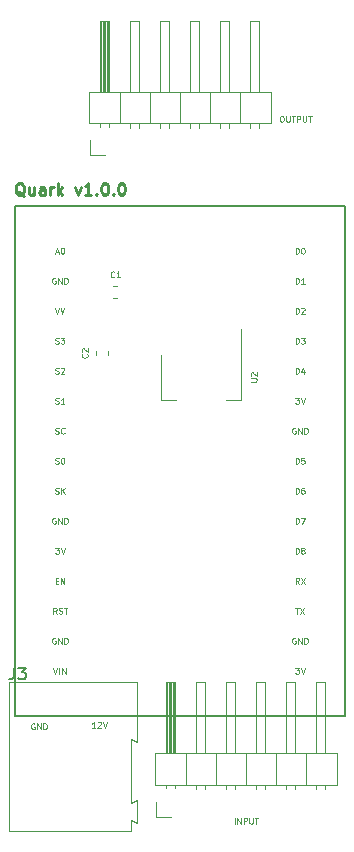
<source format=gto>
G04 #@! TF.GenerationSoftware,KiCad,Pcbnew,(5.0.2)-1*
G04 #@! TF.CreationDate,2019-03-03T23:17:22+08:00*
G04 #@! TF.ProjectId,pcbtest-nrf24_breakout,70636274-6573-4742-9d6e-726632345f62,rev?*
G04 #@! TF.SameCoordinates,Original*
G04 #@! TF.FileFunction,Legend,Top*
G04 #@! TF.FilePolarity,Positive*
%FSLAX46Y46*%
G04 Gerber Fmt 4.6, Leading zero omitted, Abs format (unit mm)*
G04 Created by KiCad (PCBNEW (5.0.2)-1) date 03-Mar-19 11:17:22 PM*
%MOMM*%
%LPD*%
G01*
G04 APERTURE LIST*
%ADD10C,0.125000*%
%ADD11C,0.250000*%
%ADD12C,0.120000*%
%ADD13C,0.150000*%
G04 APERTURE END LIST*
D10*
X112212476Y-117066190D02*
X111926761Y-117066190D01*
X112069619Y-117066190D02*
X112069619Y-116566190D01*
X112022000Y-116637619D01*
X111974380Y-116685238D01*
X111926761Y-116709047D01*
X112402952Y-116613809D02*
X112426761Y-116590000D01*
X112474380Y-116566190D01*
X112593428Y-116566190D01*
X112641047Y-116590000D01*
X112664857Y-116613809D01*
X112688666Y-116661428D01*
X112688666Y-116709047D01*
X112664857Y-116780476D01*
X112379142Y-117066190D01*
X112688666Y-117066190D01*
X112831523Y-116566190D02*
X112998190Y-117066190D01*
X113164857Y-116566190D01*
X107061047Y-116717000D02*
X107013428Y-116693190D01*
X106942000Y-116693190D01*
X106870571Y-116717000D01*
X106822952Y-116764619D01*
X106799142Y-116812238D01*
X106775333Y-116907476D01*
X106775333Y-116978904D01*
X106799142Y-117074142D01*
X106822952Y-117121761D01*
X106870571Y-117169380D01*
X106942000Y-117193190D01*
X106989619Y-117193190D01*
X107061047Y-117169380D01*
X107084857Y-117145571D01*
X107084857Y-116978904D01*
X106989619Y-116978904D01*
X107299142Y-117193190D02*
X107299142Y-116693190D01*
X107584857Y-117193190D01*
X107584857Y-116693190D01*
X107822952Y-117193190D02*
X107822952Y-116693190D01*
X107942000Y-116693190D01*
X108013428Y-116717000D01*
X108061047Y-116764619D01*
X108084857Y-116812238D01*
X108108666Y-116907476D01*
X108108666Y-116978904D01*
X108084857Y-117074142D01*
X108061047Y-117121761D01*
X108013428Y-117169380D01*
X107942000Y-117193190D01*
X107822952Y-117193190D01*
D11*
X106204238Y-72048619D02*
X106109000Y-72001000D01*
X106013761Y-71905761D01*
X105870904Y-71762904D01*
X105775666Y-71715285D01*
X105680428Y-71715285D01*
X105728047Y-71953380D02*
X105632809Y-71905761D01*
X105537571Y-71810523D01*
X105489952Y-71620047D01*
X105489952Y-71286714D01*
X105537571Y-71096238D01*
X105632809Y-71001000D01*
X105728047Y-70953380D01*
X105918523Y-70953380D01*
X106013761Y-71001000D01*
X106109000Y-71096238D01*
X106156619Y-71286714D01*
X106156619Y-71620047D01*
X106109000Y-71810523D01*
X106013761Y-71905761D01*
X105918523Y-71953380D01*
X105728047Y-71953380D01*
X107013761Y-71286714D02*
X107013761Y-71953380D01*
X106585190Y-71286714D02*
X106585190Y-71810523D01*
X106632809Y-71905761D01*
X106728047Y-71953380D01*
X106870904Y-71953380D01*
X106966142Y-71905761D01*
X107013761Y-71858142D01*
X107918523Y-71953380D02*
X107918523Y-71429571D01*
X107870904Y-71334333D01*
X107775666Y-71286714D01*
X107585190Y-71286714D01*
X107489952Y-71334333D01*
X107918523Y-71905761D02*
X107823285Y-71953380D01*
X107585190Y-71953380D01*
X107489952Y-71905761D01*
X107442333Y-71810523D01*
X107442333Y-71715285D01*
X107489952Y-71620047D01*
X107585190Y-71572428D01*
X107823285Y-71572428D01*
X107918523Y-71524809D01*
X108394714Y-71953380D02*
X108394714Y-71286714D01*
X108394714Y-71477190D02*
X108442333Y-71381952D01*
X108489952Y-71334333D01*
X108585190Y-71286714D01*
X108680428Y-71286714D01*
X109013761Y-71953380D02*
X109013761Y-70953380D01*
X109109000Y-71572428D02*
X109394714Y-71953380D01*
X109394714Y-71286714D02*
X109013761Y-71667666D01*
X110489952Y-71286714D02*
X110728047Y-71953380D01*
X110966142Y-71286714D01*
X111870904Y-71953380D02*
X111299476Y-71953380D01*
X111585190Y-71953380D02*
X111585190Y-70953380D01*
X111489952Y-71096238D01*
X111394714Y-71191476D01*
X111299476Y-71239095D01*
X112299476Y-71858142D02*
X112347095Y-71905761D01*
X112299476Y-71953380D01*
X112251857Y-71905761D01*
X112299476Y-71858142D01*
X112299476Y-71953380D01*
X112966142Y-70953380D02*
X113061380Y-70953380D01*
X113156619Y-71001000D01*
X113204238Y-71048619D01*
X113251857Y-71143857D01*
X113299476Y-71334333D01*
X113299476Y-71572428D01*
X113251857Y-71762904D01*
X113204238Y-71858142D01*
X113156619Y-71905761D01*
X113061380Y-71953380D01*
X112966142Y-71953380D01*
X112870904Y-71905761D01*
X112823285Y-71858142D01*
X112775666Y-71762904D01*
X112728047Y-71572428D01*
X112728047Y-71334333D01*
X112775666Y-71143857D01*
X112823285Y-71048619D01*
X112870904Y-71001000D01*
X112966142Y-70953380D01*
X113728047Y-71858142D02*
X113775666Y-71905761D01*
X113728047Y-71953380D01*
X113680428Y-71905761D01*
X113728047Y-71858142D01*
X113728047Y-71953380D01*
X114394714Y-70953380D02*
X114489952Y-70953380D01*
X114585190Y-71001000D01*
X114632809Y-71048619D01*
X114680428Y-71143857D01*
X114728047Y-71334333D01*
X114728047Y-71572428D01*
X114680428Y-71762904D01*
X114632809Y-71858142D01*
X114585190Y-71905761D01*
X114489952Y-71953380D01*
X114394714Y-71953380D01*
X114299476Y-71905761D01*
X114251857Y-71858142D01*
X114204238Y-71762904D01*
X114156619Y-71572428D01*
X114156619Y-71334333D01*
X114204238Y-71143857D01*
X114251857Y-71048619D01*
X114299476Y-71001000D01*
X114394714Y-70953380D01*
D12*
G04 #@! TO.C,J2*
X117348000Y-124587000D02*
X117348000Y-123317000D01*
X118618000Y-124587000D02*
X117348000Y-124587000D01*
X131698000Y-122274071D02*
X131698000Y-121877000D01*
X130938000Y-122274071D02*
X130938000Y-121877000D01*
X131698000Y-113217000D02*
X131698000Y-119217000D01*
X130938000Y-113217000D02*
X131698000Y-113217000D01*
X130938000Y-119217000D02*
X130938000Y-113217000D01*
X130048000Y-121877000D02*
X130048000Y-119217000D01*
X129158000Y-122274071D02*
X129158000Y-121877000D01*
X128398000Y-122274071D02*
X128398000Y-121877000D01*
X129158000Y-113217000D02*
X129158000Y-119217000D01*
X128398000Y-113217000D02*
X129158000Y-113217000D01*
X128398000Y-119217000D02*
X128398000Y-113217000D01*
X127508000Y-121877000D02*
X127508000Y-119217000D01*
X126618000Y-122274071D02*
X126618000Y-121877000D01*
X125858000Y-122274071D02*
X125858000Y-121877000D01*
X126618000Y-113217000D02*
X126618000Y-119217000D01*
X125858000Y-113217000D02*
X126618000Y-113217000D01*
X125858000Y-119217000D02*
X125858000Y-113217000D01*
X124968000Y-121877000D02*
X124968000Y-119217000D01*
X124078000Y-122274071D02*
X124078000Y-121877000D01*
X123318000Y-122274071D02*
X123318000Y-121877000D01*
X124078000Y-113217000D02*
X124078000Y-119217000D01*
X123318000Y-113217000D02*
X124078000Y-113217000D01*
X123318000Y-119217000D02*
X123318000Y-113217000D01*
X122428000Y-121877000D02*
X122428000Y-119217000D01*
X121538000Y-122274071D02*
X121538000Y-121877000D01*
X120778000Y-122274071D02*
X120778000Y-121877000D01*
X121538000Y-113217000D02*
X121538000Y-119217000D01*
X120778000Y-113217000D02*
X121538000Y-113217000D01*
X120778000Y-119217000D02*
X120778000Y-113217000D01*
X119888000Y-121877000D02*
X119888000Y-119217000D01*
X118998000Y-122207000D02*
X118998000Y-121877000D01*
X118238000Y-122207000D02*
X118238000Y-121877000D01*
X118898000Y-119217000D02*
X118898000Y-113217000D01*
X118778000Y-119217000D02*
X118778000Y-113217000D01*
X118658000Y-119217000D02*
X118658000Y-113217000D01*
X118538000Y-119217000D02*
X118538000Y-113217000D01*
X118418000Y-119217000D02*
X118418000Y-113217000D01*
X118298000Y-119217000D02*
X118298000Y-113217000D01*
X118998000Y-113217000D02*
X118998000Y-119217000D01*
X118238000Y-113217000D02*
X118998000Y-113217000D01*
X118238000Y-119217000D02*
X118238000Y-113217000D01*
X117288000Y-119217000D02*
X117288000Y-121877000D01*
X132648000Y-119217000D02*
X117288000Y-119217000D01*
X132648000Y-121877000D02*
X132648000Y-119217000D01*
X117288000Y-121877000D02*
X132648000Y-121877000D01*
D13*
G04 #@! TO.C,U1*
X133350000Y-72898000D02*
X105410000Y-72898000D01*
X105410000Y-72898000D02*
X105410000Y-114808000D01*
X105410000Y-114808000D02*
X105410000Y-116078000D01*
X105410000Y-116078000D02*
X133350000Y-116078000D01*
X133350000Y-116078000D02*
X133350000Y-72898000D01*
D12*
G04 #@! TO.C,C1*
X113747733Y-79627000D02*
X114090267Y-79627000D01*
X113747733Y-80647000D02*
X114090267Y-80647000D01*
G04 #@! TO.C,C2*
X113286000Y-85515267D02*
X113286000Y-85172733D01*
X112266000Y-85515267D02*
X112266000Y-85172733D01*
G04 #@! TO.C,J1*
X111700000Y-65870000D02*
X127060000Y-65870000D01*
X127060000Y-65870000D02*
X127060000Y-63210000D01*
X127060000Y-63210000D02*
X111700000Y-63210000D01*
X111700000Y-63210000D02*
X111700000Y-65870000D01*
X112650000Y-63210000D02*
X112650000Y-57210000D01*
X112650000Y-57210000D02*
X113410000Y-57210000D01*
X113410000Y-57210000D02*
X113410000Y-63210000D01*
X112710000Y-63210000D02*
X112710000Y-57210000D01*
X112830000Y-63210000D02*
X112830000Y-57210000D01*
X112950000Y-63210000D02*
X112950000Y-57210000D01*
X113070000Y-63210000D02*
X113070000Y-57210000D01*
X113190000Y-63210000D02*
X113190000Y-57210000D01*
X113310000Y-63210000D02*
X113310000Y-57210000D01*
X112650000Y-66200000D02*
X112650000Y-65870000D01*
X113410000Y-66200000D02*
X113410000Y-65870000D01*
X114300000Y-65870000D02*
X114300000Y-63210000D01*
X115190000Y-63210000D02*
X115190000Y-57210000D01*
X115190000Y-57210000D02*
X115950000Y-57210000D01*
X115950000Y-57210000D02*
X115950000Y-63210000D01*
X115190000Y-66267071D02*
X115190000Y-65870000D01*
X115950000Y-66267071D02*
X115950000Y-65870000D01*
X116840000Y-65870000D02*
X116840000Y-63210000D01*
X117730000Y-63210000D02*
X117730000Y-57210000D01*
X117730000Y-57210000D02*
X118490000Y-57210000D01*
X118490000Y-57210000D02*
X118490000Y-63210000D01*
X117730000Y-66267071D02*
X117730000Y-65870000D01*
X118490000Y-66267071D02*
X118490000Y-65870000D01*
X119380000Y-65870000D02*
X119380000Y-63210000D01*
X120270000Y-63210000D02*
X120270000Y-57210000D01*
X120270000Y-57210000D02*
X121030000Y-57210000D01*
X121030000Y-57210000D02*
X121030000Y-63210000D01*
X120270000Y-66267071D02*
X120270000Y-65870000D01*
X121030000Y-66267071D02*
X121030000Y-65870000D01*
X121920000Y-65870000D02*
X121920000Y-63210000D01*
X122810000Y-63210000D02*
X122810000Y-57210000D01*
X122810000Y-57210000D02*
X123570000Y-57210000D01*
X123570000Y-57210000D02*
X123570000Y-63210000D01*
X122810000Y-66267071D02*
X122810000Y-65870000D01*
X123570000Y-66267071D02*
X123570000Y-65870000D01*
X124460000Y-65870000D02*
X124460000Y-63210000D01*
X125350000Y-63210000D02*
X125350000Y-57210000D01*
X125350000Y-57210000D02*
X126110000Y-57210000D01*
X126110000Y-57210000D02*
X126110000Y-63210000D01*
X125350000Y-66267071D02*
X125350000Y-65870000D01*
X126110000Y-66267071D02*
X126110000Y-65870000D01*
X113030000Y-68580000D02*
X111760000Y-68580000D01*
X111760000Y-68580000D02*
X111760000Y-67310000D01*
G04 #@! TO.C,U2*
X117748000Y-89286000D02*
X119008000Y-89286000D01*
X124568000Y-89286000D02*
X123308000Y-89286000D01*
X117748000Y-85526000D02*
X117748000Y-89286000D01*
X124568000Y-83276000D02*
X124568000Y-89286000D01*
G04 #@! TO.C,J3*
X104919000Y-113207000D02*
X104919000Y-125807000D01*
X104919000Y-125807000D02*
X115269000Y-125807000D01*
X115269000Y-125807000D02*
X115269000Y-124857000D01*
X115269000Y-124857000D02*
X115769000Y-125107000D01*
X115769000Y-125107000D02*
X115769000Y-123207000D01*
X115769000Y-123207000D02*
X115769000Y-123157000D01*
X115769000Y-123157000D02*
X115269000Y-123407000D01*
X115269000Y-123407000D02*
X115269000Y-118007000D01*
X115269000Y-118007000D02*
X115769000Y-118307000D01*
X115769000Y-118307000D02*
X115769000Y-113207000D01*
X115769000Y-113207000D02*
X104919000Y-113207000D01*
G04 #@! TO.C,J2*
D10*
X124003714Y-125194190D02*
X124003714Y-124694190D01*
X124241809Y-125194190D02*
X124241809Y-124694190D01*
X124527523Y-125194190D01*
X124527523Y-124694190D01*
X124765619Y-125194190D02*
X124765619Y-124694190D01*
X124956095Y-124694190D01*
X125003714Y-124718000D01*
X125027523Y-124741809D01*
X125051333Y-124789428D01*
X125051333Y-124860857D01*
X125027523Y-124908476D01*
X125003714Y-124932285D01*
X124956095Y-124956095D01*
X124765619Y-124956095D01*
X125265619Y-124694190D02*
X125265619Y-125098952D01*
X125289428Y-125146571D01*
X125313238Y-125170380D01*
X125360857Y-125194190D01*
X125456095Y-125194190D01*
X125503714Y-125170380D01*
X125527523Y-125146571D01*
X125551333Y-125098952D01*
X125551333Y-124694190D01*
X125718000Y-124694190D02*
X126003714Y-124694190D01*
X125860857Y-125194190D02*
X125860857Y-124694190D01*
G04 #@! TO.C,U1*
X129170952Y-76934190D02*
X129170952Y-76434190D01*
X129290000Y-76434190D01*
X129361428Y-76458000D01*
X129409047Y-76505619D01*
X129432857Y-76553238D01*
X129456666Y-76648476D01*
X129456666Y-76719904D01*
X129432857Y-76815142D01*
X129409047Y-76862761D01*
X129361428Y-76910380D01*
X129290000Y-76934190D01*
X129170952Y-76934190D01*
X129766190Y-76434190D02*
X129813809Y-76434190D01*
X129861428Y-76458000D01*
X129885238Y-76481809D01*
X129909047Y-76529428D01*
X129932857Y-76624666D01*
X129932857Y-76743714D01*
X129909047Y-76838952D01*
X129885238Y-76886571D01*
X129861428Y-76910380D01*
X129813809Y-76934190D01*
X129766190Y-76934190D01*
X129718571Y-76910380D01*
X129694761Y-76886571D01*
X129670952Y-76838952D01*
X129647142Y-76743714D01*
X129647142Y-76624666D01*
X129670952Y-76529428D01*
X129694761Y-76481809D01*
X129718571Y-76458000D01*
X129766190Y-76434190D01*
X108672380Y-111994190D02*
X108839047Y-112494190D01*
X109005714Y-111994190D01*
X109172380Y-112494190D02*
X109172380Y-111994190D01*
X109410476Y-112494190D02*
X109410476Y-111994190D01*
X109696190Y-112494190D01*
X109696190Y-111994190D01*
X108839047Y-109478000D02*
X108791428Y-109454190D01*
X108720000Y-109454190D01*
X108648571Y-109478000D01*
X108600952Y-109525619D01*
X108577142Y-109573238D01*
X108553333Y-109668476D01*
X108553333Y-109739904D01*
X108577142Y-109835142D01*
X108600952Y-109882761D01*
X108648571Y-109930380D01*
X108720000Y-109954190D01*
X108767619Y-109954190D01*
X108839047Y-109930380D01*
X108862857Y-109906571D01*
X108862857Y-109739904D01*
X108767619Y-109739904D01*
X109077142Y-109954190D02*
X109077142Y-109454190D01*
X109362857Y-109954190D01*
X109362857Y-109454190D01*
X109600952Y-109954190D02*
X109600952Y-109454190D01*
X109720000Y-109454190D01*
X109791428Y-109478000D01*
X109839047Y-109525619D01*
X109862857Y-109573238D01*
X109886666Y-109668476D01*
X109886666Y-109739904D01*
X109862857Y-109835142D01*
X109839047Y-109882761D01*
X109791428Y-109930380D01*
X109720000Y-109954190D01*
X109600952Y-109954190D01*
X129159047Y-106914190D02*
X129444761Y-106914190D01*
X129301904Y-107414190D02*
X129301904Y-106914190D01*
X129563809Y-106914190D02*
X129897142Y-107414190D01*
X129897142Y-106914190D02*
X129563809Y-107414190D01*
X129456666Y-104874190D02*
X129290000Y-104636095D01*
X129170952Y-104874190D02*
X129170952Y-104374190D01*
X129361428Y-104374190D01*
X129409047Y-104398000D01*
X129432857Y-104421809D01*
X129456666Y-104469428D01*
X129456666Y-104540857D01*
X129432857Y-104588476D01*
X129409047Y-104612285D01*
X129361428Y-104636095D01*
X129170952Y-104636095D01*
X129623333Y-104374190D02*
X129956666Y-104874190D01*
X129956666Y-104374190D02*
X129623333Y-104874190D01*
X129159047Y-109478000D02*
X129111428Y-109454190D01*
X129040000Y-109454190D01*
X128968571Y-109478000D01*
X128920952Y-109525619D01*
X128897142Y-109573238D01*
X128873333Y-109668476D01*
X128873333Y-109739904D01*
X128897142Y-109835142D01*
X128920952Y-109882761D01*
X128968571Y-109930380D01*
X129040000Y-109954190D01*
X129087619Y-109954190D01*
X129159047Y-109930380D01*
X129182857Y-109906571D01*
X129182857Y-109739904D01*
X129087619Y-109739904D01*
X129397142Y-109954190D02*
X129397142Y-109454190D01*
X129682857Y-109954190D01*
X129682857Y-109454190D01*
X129920952Y-109954190D02*
X129920952Y-109454190D01*
X130040000Y-109454190D01*
X130111428Y-109478000D01*
X130159047Y-109525619D01*
X130182857Y-109573238D01*
X130206666Y-109668476D01*
X130206666Y-109739904D01*
X130182857Y-109835142D01*
X130159047Y-109882761D01*
X130111428Y-109930380D01*
X130040000Y-109954190D01*
X129920952Y-109954190D01*
X129159047Y-111994190D02*
X129468571Y-111994190D01*
X129301904Y-112184666D01*
X129373333Y-112184666D01*
X129420952Y-112208476D01*
X129444761Y-112232285D01*
X129468571Y-112279904D01*
X129468571Y-112398952D01*
X129444761Y-112446571D01*
X129420952Y-112470380D01*
X129373333Y-112494190D01*
X129230476Y-112494190D01*
X129182857Y-112470380D01*
X129159047Y-112446571D01*
X129611428Y-111994190D02*
X129778095Y-112494190D01*
X129944761Y-111994190D01*
X108839047Y-101834190D02*
X109148571Y-101834190D01*
X108981904Y-102024666D01*
X109053333Y-102024666D01*
X109100952Y-102048476D01*
X109124761Y-102072285D01*
X109148571Y-102119904D01*
X109148571Y-102238952D01*
X109124761Y-102286571D01*
X109100952Y-102310380D01*
X109053333Y-102334190D01*
X108910476Y-102334190D01*
X108862857Y-102310380D01*
X108839047Y-102286571D01*
X109291428Y-101834190D02*
X109458095Y-102334190D01*
X109624761Y-101834190D01*
X108839047Y-99318000D02*
X108791428Y-99294190D01*
X108720000Y-99294190D01*
X108648571Y-99318000D01*
X108600952Y-99365619D01*
X108577142Y-99413238D01*
X108553333Y-99508476D01*
X108553333Y-99579904D01*
X108577142Y-99675142D01*
X108600952Y-99722761D01*
X108648571Y-99770380D01*
X108720000Y-99794190D01*
X108767619Y-99794190D01*
X108839047Y-99770380D01*
X108862857Y-99746571D01*
X108862857Y-99579904D01*
X108767619Y-99579904D01*
X109077142Y-99794190D02*
X109077142Y-99294190D01*
X109362857Y-99794190D01*
X109362857Y-99294190D01*
X109600952Y-99794190D02*
X109600952Y-99294190D01*
X109720000Y-99294190D01*
X109791428Y-99318000D01*
X109839047Y-99365619D01*
X109862857Y-99413238D01*
X109886666Y-99508476D01*
X109886666Y-99579904D01*
X109862857Y-99675142D01*
X109839047Y-99722761D01*
X109791428Y-99770380D01*
X109720000Y-99794190D01*
X109600952Y-99794190D01*
X108839047Y-78998000D02*
X108791428Y-78974190D01*
X108720000Y-78974190D01*
X108648571Y-78998000D01*
X108600952Y-79045619D01*
X108577142Y-79093238D01*
X108553333Y-79188476D01*
X108553333Y-79259904D01*
X108577142Y-79355142D01*
X108600952Y-79402761D01*
X108648571Y-79450380D01*
X108720000Y-79474190D01*
X108767619Y-79474190D01*
X108839047Y-79450380D01*
X108862857Y-79426571D01*
X108862857Y-79259904D01*
X108767619Y-79259904D01*
X109077142Y-79474190D02*
X109077142Y-78974190D01*
X109362857Y-79474190D01*
X109362857Y-78974190D01*
X109600952Y-79474190D02*
X109600952Y-78974190D01*
X109720000Y-78974190D01*
X109791428Y-78998000D01*
X109839047Y-79045619D01*
X109862857Y-79093238D01*
X109886666Y-79188476D01*
X109886666Y-79259904D01*
X109862857Y-79355142D01*
X109839047Y-79402761D01*
X109791428Y-79450380D01*
X109720000Y-79474190D01*
X109600952Y-79474190D01*
X129170952Y-102334190D02*
X129170952Y-101834190D01*
X129290000Y-101834190D01*
X129361428Y-101858000D01*
X129409047Y-101905619D01*
X129432857Y-101953238D01*
X129456666Y-102048476D01*
X129456666Y-102119904D01*
X129432857Y-102215142D01*
X129409047Y-102262761D01*
X129361428Y-102310380D01*
X129290000Y-102334190D01*
X129170952Y-102334190D01*
X129742380Y-102048476D02*
X129694761Y-102024666D01*
X129670952Y-102000857D01*
X129647142Y-101953238D01*
X129647142Y-101929428D01*
X129670952Y-101881809D01*
X129694761Y-101858000D01*
X129742380Y-101834190D01*
X129837619Y-101834190D01*
X129885238Y-101858000D01*
X129909047Y-101881809D01*
X129932857Y-101929428D01*
X129932857Y-101953238D01*
X129909047Y-102000857D01*
X129885238Y-102024666D01*
X129837619Y-102048476D01*
X129742380Y-102048476D01*
X129694761Y-102072285D01*
X129670952Y-102096095D01*
X129647142Y-102143714D01*
X129647142Y-102238952D01*
X129670952Y-102286571D01*
X129694761Y-102310380D01*
X129742380Y-102334190D01*
X129837619Y-102334190D01*
X129885238Y-102310380D01*
X129909047Y-102286571D01*
X129932857Y-102238952D01*
X129932857Y-102143714D01*
X129909047Y-102096095D01*
X129885238Y-102072285D01*
X129837619Y-102048476D01*
X129170952Y-99794190D02*
X129170952Y-99294190D01*
X129290000Y-99294190D01*
X129361428Y-99318000D01*
X129409047Y-99365619D01*
X129432857Y-99413238D01*
X129456666Y-99508476D01*
X129456666Y-99579904D01*
X129432857Y-99675142D01*
X129409047Y-99722761D01*
X129361428Y-99770380D01*
X129290000Y-99794190D01*
X129170952Y-99794190D01*
X129623333Y-99294190D02*
X129956666Y-99294190D01*
X129742380Y-99794190D01*
X129170952Y-97254190D02*
X129170952Y-96754190D01*
X129290000Y-96754190D01*
X129361428Y-96778000D01*
X129409047Y-96825619D01*
X129432857Y-96873238D01*
X129456666Y-96968476D01*
X129456666Y-97039904D01*
X129432857Y-97135142D01*
X129409047Y-97182761D01*
X129361428Y-97230380D01*
X129290000Y-97254190D01*
X129170952Y-97254190D01*
X129885238Y-96754190D02*
X129790000Y-96754190D01*
X129742380Y-96778000D01*
X129718571Y-96801809D01*
X129670952Y-96873238D01*
X129647142Y-96968476D01*
X129647142Y-97158952D01*
X129670952Y-97206571D01*
X129694761Y-97230380D01*
X129742380Y-97254190D01*
X129837619Y-97254190D01*
X129885238Y-97230380D01*
X129909047Y-97206571D01*
X129932857Y-97158952D01*
X129932857Y-97039904D01*
X129909047Y-96992285D01*
X129885238Y-96968476D01*
X129837619Y-96944666D01*
X129742380Y-96944666D01*
X129694761Y-96968476D01*
X129670952Y-96992285D01*
X129647142Y-97039904D01*
X129170952Y-94714190D02*
X129170952Y-94214190D01*
X129290000Y-94214190D01*
X129361428Y-94238000D01*
X129409047Y-94285619D01*
X129432857Y-94333238D01*
X129456666Y-94428476D01*
X129456666Y-94499904D01*
X129432857Y-94595142D01*
X129409047Y-94642761D01*
X129361428Y-94690380D01*
X129290000Y-94714190D01*
X129170952Y-94714190D01*
X129909047Y-94214190D02*
X129670952Y-94214190D01*
X129647142Y-94452285D01*
X129670952Y-94428476D01*
X129718571Y-94404666D01*
X129837619Y-94404666D01*
X129885238Y-94428476D01*
X129909047Y-94452285D01*
X129932857Y-94499904D01*
X129932857Y-94618952D01*
X129909047Y-94666571D01*
X129885238Y-94690380D01*
X129837619Y-94714190D01*
X129718571Y-94714190D01*
X129670952Y-94690380D01*
X129647142Y-94666571D01*
X129159047Y-91698000D02*
X129111428Y-91674190D01*
X129040000Y-91674190D01*
X128968571Y-91698000D01*
X128920952Y-91745619D01*
X128897142Y-91793238D01*
X128873333Y-91888476D01*
X128873333Y-91959904D01*
X128897142Y-92055142D01*
X128920952Y-92102761D01*
X128968571Y-92150380D01*
X129040000Y-92174190D01*
X129087619Y-92174190D01*
X129159047Y-92150380D01*
X129182857Y-92126571D01*
X129182857Y-91959904D01*
X129087619Y-91959904D01*
X129397142Y-92174190D02*
X129397142Y-91674190D01*
X129682857Y-92174190D01*
X129682857Y-91674190D01*
X129920952Y-92174190D02*
X129920952Y-91674190D01*
X130040000Y-91674190D01*
X130111428Y-91698000D01*
X130159047Y-91745619D01*
X130182857Y-91793238D01*
X130206666Y-91888476D01*
X130206666Y-91959904D01*
X130182857Y-92055142D01*
X130159047Y-92102761D01*
X130111428Y-92150380D01*
X130040000Y-92174190D01*
X129920952Y-92174190D01*
X129159047Y-89134190D02*
X129468571Y-89134190D01*
X129301904Y-89324666D01*
X129373333Y-89324666D01*
X129420952Y-89348476D01*
X129444761Y-89372285D01*
X129468571Y-89419904D01*
X129468571Y-89538952D01*
X129444761Y-89586571D01*
X129420952Y-89610380D01*
X129373333Y-89634190D01*
X129230476Y-89634190D01*
X129182857Y-89610380D01*
X129159047Y-89586571D01*
X129611428Y-89134190D02*
X129778095Y-89634190D01*
X129944761Y-89134190D01*
X129170952Y-87094190D02*
X129170952Y-86594190D01*
X129290000Y-86594190D01*
X129361428Y-86618000D01*
X129409047Y-86665619D01*
X129432857Y-86713238D01*
X129456666Y-86808476D01*
X129456666Y-86879904D01*
X129432857Y-86975142D01*
X129409047Y-87022761D01*
X129361428Y-87070380D01*
X129290000Y-87094190D01*
X129170952Y-87094190D01*
X129885238Y-86760857D02*
X129885238Y-87094190D01*
X129766190Y-86570380D02*
X129647142Y-86927523D01*
X129956666Y-86927523D01*
X129170952Y-84554190D02*
X129170952Y-84054190D01*
X129290000Y-84054190D01*
X129361428Y-84078000D01*
X129409047Y-84125619D01*
X129432857Y-84173238D01*
X129456666Y-84268476D01*
X129456666Y-84339904D01*
X129432857Y-84435142D01*
X129409047Y-84482761D01*
X129361428Y-84530380D01*
X129290000Y-84554190D01*
X129170952Y-84554190D01*
X129623333Y-84054190D02*
X129932857Y-84054190D01*
X129766190Y-84244666D01*
X129837619Y-84244666D01*
X129885238Y-84268476D01*
X129909047Y-84292285D01*
X129932857Y-84339904D01*
X129932857Y-84458952D01*
X129909047Y-84506571D01*
X129885238Y-84530380D01*
X129837619Y-84554190D01*
X129694761Y-84554190D01*
X129647142Y-84530380D01*
X129623333Y-84506571D01*
X129170952Y-82014190D02*
X129170952Y-81514190D01*
X129290000Y-81514190D01*
X129361428Y-81538000D01*
X129409047Y-81585619D01*
X129432857Y-81633238D01*
X129456666Y-81728476D01*
X129456666Y-81799904D01*
X129432857Y-81895142D01*
X129409047Y-81942761D01*
X129361428Y-81990380D01*
X129290000Y-82014190D01*
X129170952Y-82014190D01*
X129647142Y-81561809D02*
X129670952Y-81538000D01*
X129718571Y-81514190D01*
X129837619Y-81514190D01*
X129885238Y-81538000D01*
X129909047Y-81561809D01*
X129932857Y-81609428D01*
X129932857Y-81657047D01*
X129909047Y-81728476D01*
X129623333Y-82014190D01*
X129932857Y-82014190D01*
X129170952Y-79474190D02*
X129170952Y-78974190D01*
X129290000Y-78974190D01*
X129361428Y-78998000D01*
X129409047Y-79045619D01*
X129432857Y-79093238D01*
X129456666Y-79188476D01*
X129456666Y-79259904D01*
X129432857Y-79355142D01*
X129409047Y-79402761D01*
X129361428Y-79450380D01*
X129290000Y-79474190D01*
X129170952Y-79474190D01*
X129932857Y-79474190D02*
X129647142Y-79474190D01*
X129790000Y-79474190D02*
X129790000Y-78974190D01*
X129742380Y-79045619D01*
X129694761Y-79093238D01*
X129647142Y-79117047D01*
X108862857Y-76791333D02*
X109100952Y-76791333D01*
X108815238Y-76934190D02*
X108981904Y-76434190D01*
X109148571Y-76934190D01*
X109410476Y-76434190D02*
X109458095Y-76434190D01*
X109505714Y-76458000D01*
X109529523Y-76481809D01*
X109553333Y-76529428D01*
X109577142Y-76624666D01*
X109577142Y-76743714D01*
X109553333Y-76838952D01*
X109529523Y-76886571D01*
X109505714Y-76910380D01*
X109458095Y-76934190D01*
X109410476Y-76934190D01*
X109362857Y-76910380D01*
X109339047Y-76886571D01*
X109315238Y-76838952D01*
X109291428Y-76743714D01*
X109291428Y-76624666D01*
X109315238Y-76529428D01*
X109339047Y-76481809D01*
X109362857Y-76458000D01*
X109410476Y-76434190D01*
X108839047Y-81514190D02*
X109005714Y-82014190D01*
X109172380Y-81514190D01*
X109267619Y-81514190D02*
X109434285Y-82014190D01*
X109600952Y-81514190D01*
X108839047Y-84530380D02*
X108910476Y-84554190D01*
X109029523Y-84554190D01*
X109077142Y-84530380D01*
X109100952Y-84506571D01*
X109124761Y-84458952D01*
X109124761Y-84411333D01*
X109100952Y-84363714D01*
X109077142Y-84339904D01*
X109029523Y-84316095D01*
X108934285Y-84292285D01*
X108886666Y-84268476D01*
X108862857Y-84244666D01*
X108839047Y-84197047D01*
X108839047Y-84149428D01*
X108862857Y-84101809D01*
X108886666Y-84078000D01*
X108934285Y-84054190D01*
X109053333Y-84054190D01*
X109124761Y-84078000D01*
X109291428Y-84054190D02*
X109600952Y-84054190D01*
X109434285Y-84244666D01*
X109505714Y-84244666D01*
X109553333Y-84268476D01*
X109577142Y-84292285D01*
X109600952Y-84339904D01*
X109600952Y-84458952D01*
X109577142Y-84506571D01*
X109553333Y-84530380D01*
X109505714Y-84554190D01*
X109362857Y-84554190D01*
X109315238Y-84530380D01*
X109291428Y-84506571D01*
X108839047Y-87070380D02*
X108910476Y-87094190D01*
X109029523Y-87094190D01*
X109077142Y-87070380D01*
X109100952Y-87046571D01*
X109124761Y-86998952D01*
X109124761Y-86951333D01*
X109100952Y-86903714D01*
X109077142Y-86879904D01*
X109029523Y-86856095D01*
X108934285Y-86832285D01*
X108886666Y-86808476D01*
X108862857Y-86784666D01*
X108839047Y-86737047D01*
X108839047Y-86689428D01*
X108862857Y-86641809D01*
X108886666Y-86618000D01*
X108934285Y-86594190D01*
X109053333Y-86594190D01*
X109124761Y-86618000D01*
X109315238Y-86641809D02*
X109339047Y-86618000D01*
X109386666Y-86594190D01*
X109505714Y-86594190D01*
X109553333Y-86618000D01*
X109577142Y-86641809D01*
X109600952Y-86689428D01*
X109600952Y-86737047D01*
X109577142Y-86808476D01*
X109291428Y-87094190D01*
X109600952Y-87094190D01*
X108839047Y-89610380D02*
X108910476Y-89634190D01*
X109029523Y-89634190D01*
X109077142Y-89610380D01*
X109100952Y-89586571D01*
X109124761Y-89538952D01*
X109124761Y-89491333D01*
X109100952Y-89443714D01*
X109077142Y-89419904D01*
X109029523Y-89396095D01*
X108934285Y-89372285D01*
X108886666Y-89348476D01*
X108862857Y-89324666D01*
X108839047Y-89277047D01*
X108839047Y-89229428D01*
X108862857Y-89181809D01*
X108886666Y-89158000D01*
X108934285Y-89134190D01*
X109053333Y-89134190D01*
X109124761Y-89158000D01*
X109600952Y-89634190D02*
X109315238Y-89634190D01*
X109458095Y-89634190D02*
X109458095Y-89134190D01*
X109410476Y-89205619D01*
X109362857Y-89253238D01*
X109315238Y-89277047D01*
X108827142Y-92150380D02*
X108898571Y-92174190D01*
X109017619Y-92174190D01*
X109065238Y-92150380D01*
X109089047Y-92126571D01*
X109112857Y-92078952D01*
X109112857Y-92031333D01*
X109089047Y-91983714D01*
X109065238Y-91959904D01*
X109017619Y-91936095D01*
X108922380Y-91912285D01*
X108874761Y-91888476D01*
X108850952Y-91864666D01*
X108827142Y-91817047D01*
X108827142Y-91769428D01*
X108850952Y-91721809D01*
X108874761Y-91698000D01*
X108922380Y-91674190D01*
X109041428Y-91674190D01*
X109112857Y-91698000D01*
X109612857Y-92126571D02*
X109589047Y-92150380D01*
X109517619Y-92174190D01*
X109470000Y-92174190D01*
X109398571Y-92150380D01*
X109350952Y-92102761D01*
X109327142Y-92055142D01*
X109303333Y-91959904D01*
X109303333Y-91888476D01*
X109327142Y-91793238D01*
X109350952Y-91745619D01*
X109398571Y-91698000D01*
X109470000Y-91674190D01*
X109517619Y-91674190D01*
X109589047Y-91698000D01*
X109612857Y-91721809D01*
X108839047Y-94690380D02*
X108910476Y-94714190D01*
X109029523Y-94714190D01*
X109077142Y-94690380D01*
X109100952Y-94666571D01*
X109124761Y-94618952D01*
X109124761Y-94571333D01*
X109100952Y-94523714D01*
X109077142Y-94499904D01*
X109029523Y-94476095D01*
X108934285Y-94452285D01*
X108886666Y-94428476D01*
X108862857Y-94404666D01*
X108839047Y-94357047D01*
X108839047Y-94309428D01*
X108862857Y-94261809D01*
X108886666Y-94238000D01*
X108934285Y-94214190D01*
X109053333Y-94214190D01*
X109124761Y-94238000D01*
X109434285Y-94214190D02*
X109481904Y-94214190D01*
X109529523Y-94238000D01*
X109553333Y-94261809D01*
X109577142Y-94309428D01*
X109600952Y-94404666D01*
X109600952Y-94523714D01*
X109577142Y-94618952D01*
X109553333Y-94666571D01*
X109529523Y-94690380D01*
X109481904Y-94714190D01*
X109434285Y-94714190D01*
X109386666Y-94690380D01*
X109362857Y-94666571D01*
X109339047Y-94618952D01*
X109315238Y-94523714D01*
X109315238Y-94404666D01*
X109339047Y-94309428D01*
X109362857Y-94261809D01*
X109386666Y-94238000D01*
X109434285Y-94214190D01*
X108827142Y-97230380D02*
X108898571Y-97254190D01*
X109017619Y-97254190D01*
X109065238Y-97230380D01*
X109089047Y-97206571D01*
X109112857Y-97158952D01*
X109112857Y-97111333D01*
X109089047Y-97063714D01*
X109065238Y-97039904D01*
X109017619Y-97016095D01*
X108922380Y-96992285D01*
X108874761Y-96968476D01*
X108850952Y-96944666D01*
X108827142Y-96897047D01*
X108827142Y-96849428D01*
X108850952Y-96801809D01*
X108874761Y-96778000D01*
X108922380Y-96754190D01*
X109041428Y-96754190D01*
X109112857Y-96778000D01*
X109327142Y-97254190D02*
X109327142Y-96754190D01*
X109612857Y-97254190D02*
X109398571Y-96968476D01*
X109612857Y-96754190D02*
X109327142Y-97039904D01*
X108850952Y-104612285D02*
X109017619Y-104612285D01*
X109089047Y-104874190D02*
X108850952Y-104874190D01*
X108850952Y-104374190D01*
X109089047Y-104374190D01*
X109303333Y-104874190D02*
X109303333Y-104374190D01*
X109589047Y-104874190D01*
X109589047Y-104374190D01*
X108946190Y-107414190D02*
X108779523Y-107176095D01*
X108660476Y-107414190D02*
X108660476Y-106914190D01*
X108850952Y-106914190D01*
X108898571Y-106938000D01*
X108922380Y-106961809D01*
X108946190Y-107009428D01*
X108946190Y-107080857D01*
X108922380Y-107128476D01*
X108898571Y-107152285D01*
X108850952Y-107176095D01*
X108660476Y-107176095D01*
X109136666Y-107390380D02*
X109208095Y-107414190D01*
X109327142Y-107414190D01*
X109374761Y-107390380D01*
X109398571Y-107366571D01*
X109422380Y-107318952D01*
X109422380Y-107271333D01*
X109398571Y-107223714D01*
X109374761Y-107199904D01*
X109327142Y-107176095D01*
X109231904Y-107152285D01*
X109184285Y-107128476D01*
X109160476Y-107104666D01*
X109136666Y-107057047D01*
X109136666Y-107009428D01*
X109160476Y-106961809D01*
X109184285Y-106938000D01*
X109231904Y-106914190D01*
X109350952Y-106914190D01*
X109422380Y-106938000D01*
X109565238Y-106914190D02*
X109850952Y-106914190D01*
X109708095Y-107414190D02*
X109708095Y-106914190D01*
G04 #@! TO.C,C1*
X113835666Y-78885571D02*
X113811857Y-78909380D01*
X113740428Y-78933190D01*
X113692809Y-78933190D01*
X113621380Y-78909380D01*
X113573761Y-78861761D01*
X113549952Y-78814142D01*
X113526142Y-78718904D01*
X113526142Y-78647476D01*
X113549952Y-78552238D01*
X113573761Y-78504619D01*
X113621380Y-78457000D01*
X113692809Y-78433190D01*
X113740428Y-78433190D01*
X113811857Y-78457000D01*
X113835666Y-78480809D01*
X114311857Y-78933190D02*
X114026142Y-78933190D01*
X114169000Y-78933190D02*
X114169000Y-78433190D01*
X114121380Y-78504619D01*
X114073761Y-78552238D01*
X114026142Y-78576047D01*
G04 #@! TO.C,C2*
X111524571Y-85427333D02*
X111548380Y-85451142D01*
X111572190Y-85522571D01*
X111572190Y-85570190D01*
X111548380Y-85641619D01*
X111500761Y-85689238D01*
X111453142Y-85713047D01*
X111357904Y-85736857D01*
X111286476Y-85736857D01*
X111191238Y-85713047D01*
X111143619Y-85689238D01*
X111096000Y-85641619D01*
X111072190Y-85570190D01*
X111072190Y-85522571D01*
X111096000Y-85451142D01*
X111119809Y-85427333D01*
X111119809Y-85236857D02*
X111096000Y-85213047D01*
X111072190Y-85165428D01*
X111072190Y-85046380D01*
X111096000Y-84998761D01*
X111119809Y-84974952D01*
X111167428Y-84951142D01*
X111215047Y-84951142D01*
X111286476Y-84974952D01*
X111572190Y-85260666D01*
X111572190Y-84951142D01*
G04 #@! TO.C,J1*
X127956619Y-65258190D02*
X128051857Y-65258190D01*
X128099476Y-65282000D01*
X128147095Y-65329619D01*
X128170904Y-65424857D01*
X128170904Y-65591523D01*
X128147095Y-65686761D01*
X128099476Y-65734380D01*
X128051857Y-65758190D01*
X127956619Y-65758190D01*
X127909000Y-65734380D01*
X127861380Y-65686761D01*
X127837571Y-65591523D01*
X127837571Y-65424857D01*
X127861380Y-65329619D01*
X127909000Y-65282000D01*
X127956619Y-65258190D01*
X128385190Y-65258190D02*
X128385190Y-65662952D01*
X128409000Y-65710571D01*
X128432809Y-65734380D01*
X128480428Y-65758190D01*
X128575666Y-65758190D01*
X128623285Y-65734380D01*
X128647095Y-65710571D01*
X128670904Y-65662952D01*
X128670904Y-65258190D01*
X128837571Y-65258190D02*
X129123285Y-65258190D01*
X128980428Y-65758190D02*
X128980428Y-65258190D01*
X129289952Y-65758190D02*
X129289952Y-65258190D01*
X129480428Y-65258190D01*
X129528047Y-65282000D01*
X129551857Y-65305809D01*
X129575666Y-65353428D01*
X129575666Y-65424857D01*
X129551857Y-65472476D01*
X129528047Y-65496285D01*
X129480428Y-65520095D01*
X129289952Y-65520095D01*
X129789952Y-65258190D02*
X129789952Y-65662952D01*
X129813761Y-65710571D01*
X129837571Y-65734380D01*
X129885190Y-65758190D01*
X129980428Y-65758190D01*
X130028047Y-65734380D01*
X130051857Y-65710571D01*
X130075666Y-65662952D01*
X130075666Y-65258190D01*
X130242333Y-65258190D02*
X130528047Y-65258190D01*
X130385190Y-65758190D02*
X130385190Y-65258190D01*
G04 #@! TO.C,U2*
X125384190Y-87756952D02*
X125788952Y-87756952D01*
X125836571Y-87733142D01*
X125860380Y-87709333D01*
X125884190Y-87661714D01*
X125884190Y-87566476D01*
X125860380Y-87518857D01*
X125836571Y-87495047D01*
X125788952Y-87471238D01*
X125384190Y-87471238D01*
X125431809Y-87256952D02*
X125408000Y-87233142D01*
X125384190Y-87185523D01*
X125384190Y-87066476D01*
X125408000Y-87018857D01*
X125431809Y-86995047D01*
X125479428Y-86971238D01*
X125527047Y-86971238D01*
X125598476Y-86995047D01*
X125884190Y-87280761D01*
X125884190Y-86971238D01*
G04 #@! TO.C,J3*
D13*
X105315666Y-111969380D02*
X105315666Y-112683666D01*
X105268047Y-112826523D01*
X105172809Y-112921761D01*
X105029952Y-112969380D01*
X104934714Y-112969380D01*
X105696619Y-111969380D02*
X106315666Y-111969380D01*
X105982333Y-112350333D01*
X106125190Y-112350333D01*
X106220428Y-112397952D01*
X106268047Y-112445571D01*
X106315666Y-112540809D01*
X106315666Y-112778904D01*
X106268047Y-112874142D01*
X106220428Y-112921761D01*
X106125190Y-112969380D01*
X105839476Y-112969380D01*
X105744238Y-112921761D01*
X105696619Y-112874142D01*
G04 #@! TD*
M02*

</source>
